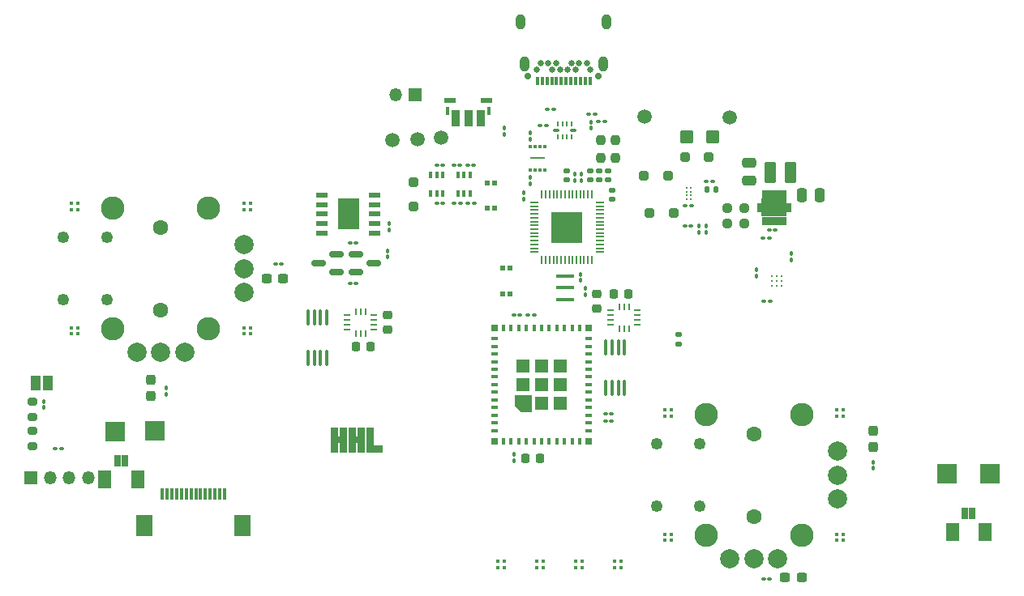
<source format=gbr>
G04 #@! TF.GenerationSoftware,KiCad,Pcbnew,8.0.2*
G04 #@! TF.CreationDate,2024-07-05T18:36:08-07:00*
G04 #@! TF.ProjectId,procon_gcc_main_pcb,70726f63-6f6e-45f6-9763-635f6d61696e,1*
G04 #@! TF.SameCoordinates,Original*
G04 #@! TF.FileFunction,Soldermask,Top*
G04 #@! TF.FilePolarity,Negative*
%FSLAX46Y46*%
G04 Gerber Fmt 4.6, Leading zero omitted, Abs format (unit mm)*
G04 Created by KiCad (PCBNEW 8.0.2) date 2024-07-05 18:36:08*
%MOMM*%
%LPD*%
G01*
G04 APERTURE LIST*
G04 Aperture macros list*
%AMRoundRect*
0 Rectangle with rounded corners*
0 $1 Rounding radius*
0 $2 $3 $4 $5 $6 $7 $8 $9 X,Y pos of 4 corners*
0 Add a 4 corners polygon primitive as box body*
4,1,4,$2,$3,$4,$5,$6,$7,$8,$9,$2,$3,0*
0 Add four circle primitives for the rounded corners*
1,1,$1+$1,$2,$3*
1,1,$1+$1,$4,$5*
1,1,$1+$1,$6,$7*
1,1,$1+$1,$8,$9*
0 Add four rect primitives between the rounded corners*
20,1,$1+$1,$2,$3,$4,$5,0*
20,1,$1+$1,$4,$5,$6,$7,0*
20,1,$1+$1,$6,$7,$8,$9,0*
20,1,$1+$1,$8,$9,$2,$3,0*%
G04 Aperture macros list end*
%ADD10C,0.010000*%
%ADD11C,0.025000*%
%ADD12RoundRect,0.100000X-0.130000X-0.100000X0.130000X-0.100000X0.130000X0.100000X-0.130000X0.100000X0*%
%ADD13RoundRect,0.250000X-0.250000X-0.475000X0.250000X-0.475000X0.250000X0.475000X-0.250000X0.475000X0*%
%ADD14O,0.400000X0.900000*%
%ADD15R,0.950000X1.700000*%
%ADD16R,0.900000X1.700000*%
%ADD17R,1.200000X0.600000*%
%ADD18RoundRect,0.100000X-0.100000X0.130000X-0.100000X-0.130000X0.100000X-0.130000X0.100000X0.130000X0*%
%ADD19R,0.370000X0.370000*%
%ADD20RoundRect,0.225000X-0.250000X0.225000X-0.250000X-0.225000X0.250000X-0.225000X0.250000X0.225000X0*%
%ADD21RoundRect,0.237500X-0.250000X-0.237500X0.250000X-0.237500X0.250000X0.237500X-0.250000X0.237500X0*%
%ADD22RoundRect,0.140000X0.140000X0.170000X-0.140000X0.170000X-0.140000X-0.170000X0.140000X-0.170000X0*%
%ADD23RoundRect,0.100000X0.100000X-0.130000X0.100000X0.130000X-0.100000X0.130000X-0.100000X-0.130000X0*%
%ADD24RoundRect,0.237500X-0.237500X0.250000X-0.237500X-0.250000X0.237500X-0.250000X0.237500X0.250000X0*%
%ADD25RoundRect,0.100000X0.100000X-0.712500X0.100000X0.712500X-0.100000X0.712500X-0.100000X-0.712500X0*%
%ADD26RoundRect,0.237500X-0.237500X0.300000X-0.237500X-0.300000X0.237500X-0.300000X0.237500X0.300000X0*%
%ADD27R,0.400000X0.650000*%
%ADD28RoundRect,0.135000X0.185000X-0.135000X0.185000X0.135000X-0.185000X0.135000X-0.185000X-0.135000X0*%
%ADD29RoundRect,0.237500X0.300000X0.237500X-0.300000X0.237500X-0.300000X-0.237500X0.300000X-0.237500X0*%
%ADD30RoundRect,0.250000X0.250000X0.250000X-0.250000X0.250000X-0.250000X-0.250000X0.250000X-0.250000X0*%
%ADD31RoundRect,0.100000X0.130000X0.100000X-0.130000X0.100000X-0.130000X-0.100000X0.130000X-0.100000X0*%
%ADD32R,2.000000X2.000000*%
%ADD33RoundRect,0.050000X-0.387500X-0.050000X0.387500X-0.050000X0.387500X0.050000X-0.387500X0.050000X0*%
%ADD34RoundRect,0.050000X-0.050000X-0.387500X0.050000X-0.387500X0.050000X0.387500X-0.050000X0.387500X0*%
%ADD35R,3.200000X3.200000*%
%ADD36C,1.500000*%
%ADD37R,0.400000X0.800000*%
%ADD38R,0.800000X0.400000*%
%ADD39R,1.450000X1.450000*%
%ADD40R,0.700000X0.700000*%
%ADD41RoundRect,0.140000X0.170000X-0.140000X0.170000X0.140000X-0.170000X0.140000X-0.170000X-0.140000X0*%
%ADD42RoundRect,0.250000X-0.250000X-0.250000X0.250000X-0.250000X0.250000X0.250000X-0.250000X0.250000X0*%
%ADD43RoundRect,0.225000X0.225000X0.250000X-0.225000X0.250000X-0.225000X-0.250000X0.225000X-0.250000X0*%
%ADD44C,0.230000*%
%ADD45RoundRect,0.102000X-0.250000X-0.500000X0.250000X-0.500000X0.250000X0.500000X-0.250000X0.500000X0*%
%ADD46RoundRect,0.102000X-0.600000X-0.850000X0.600000X-0.850000X0.600000X0.850000X-0.600000X0.850000X0*%
%ADD47R,0.300000X0.400000*%
%ADD48R,1.600000X0.200000*%
%ADD49RoundRect,0.237500X-0.300000X-0.237500X0.300000X-0.237500X0.300000X0.237500X-0.300000X0.237500X0*%
%ADD50RoundRect,0.250000X-0.450000X-0.425000X0.450000X-0.425000X0.450000X0.425000X-0.450000X0.425000X0*%
%ADD51RoundRect,0.150000X-0.587500X-0.150000X0.587500X-0.150000X0.587500X0.150000X-0.587500X0.150000X0*%
%ADD52R,1.000000X1.500000*%
%ADD53R,1.350000X1.350000*%
%ADD54O,1.350000X1.350000*%
%ADD55R,1.900000X0.400000*%
%ADD56RoundRect,0.225000X-0.225000X-0.250000X0.225000X-0.250000X0.225000X0.250000X-0.225000X0.250000X0*%
%ADD57R,1.300000X0.600000*%
%ADD58R,2.300000X3.200000*%
%ADD59C,2.450000*%
%ADD60C,1.600000*%
%ADD61C,1.250000*%
%ADD62C,2.000000*%
%ADD63RoundRect,0.150000X0.587500X0.150000X-0.587500X0.150000X-0.587500X-0.150000X0.587500X-0.150000X0*%
%ADD64R,0.500000X0.550000*%
%ADD65RoundRect,0.140000X-0.170000X0.140000X-0.170000X-0.140000X0.170000X-0.140000X0.170000X0.140000X0*%
%ADD66R,0.300000X1.300000*%
%ADD67R,1.800000X2.200000*%
%ADD68RoundRect,0.200000X-0.275000X0.200000X-0.275000X-0.200000X0.275000X-0.200000X0.275000X0.200000X0*%
%ADD69C,0.700000*%
%ADD70R,0.300000X0.900000*%
%ADD71C,0.650000*%
%ADD72O,1.000000X1.600000*%
%ADD73RoundRect,0.050000X0.075000X-0.225000X0.075000X0.225000X-0.075000X0.225000X-0.075000X-0.225000X0*%
%ADD74RoundRect,0.050000X0.050000X-0.225000X0.050000X0.225000X-0.050000X0.225000X-0.050000X-0.225000X0*%
%ADD75RoundRect,0.050000X0.250000X-0.100000X0.250000X0.100000X-0.250000X0.100000X-0.250000X-0.100000X0*%
%ADD76C,0.265000*%
%ADD77R,0.745000X0.280000*%
%ADD78R,0.280000X0.745000*%
%ADD79RoundRect,0.250000X-0.375000X-0.850000X0.375000X-0.850000X0.375000X0.850000X-0.375000X0.850000X0*%
%ADD80RoundRect,0.250000X-0.250000X0.250000X-0.250000X-0.250000X0.250000X-0.250000X0.250000X0.250000X0*%
%ADD81RoundRect,0.200000X0.275000X-0.200000X0.275000X0.200000X-0.275000X0.200000X-0.275000X-0.200000X0*%
%ADD82RoundRect,0.250000X-0.475000X0.250000X-0.475000X-0.250000X0.475000X-0.250000X0.475000X0.250000X0*%
G04 APERTURE END LIST*
D10*
X135019200Y-133323800D02*
X133969200Y-133323800D01*
X133369200Y-132723800D01*
X133369200Y-131673800D01*
X135019200Y-131673800D01*
X135019200Y-133323800D01*
G36*
X135019200Y-133323800D02*
G01*
X133969200Y-133323800D01*
X133369200Y-132723800D01*
X133369200Y-131673800D01*
X135019200Y-131673800D01*
X135019200Y-133323800D01*
G37*
X159590000Y-110970000D02*
X159210000Y-110970000D01*
X159210000Y-110230000D01*
X159590000Y-110230000D01*
X159590000Y-110970000D01*
G36*
X159590000Y-110970000D02*
G01*
X159210000Y-110970000D01*
X159210000Y-110230000D01*
X159590000Y-110230000D01*
X159590000Y-110970000D01*
G37*
X159590000Y-113770000D02*
X159210000Y-113770000D01*
X159210000Y-113030000D01*
X159590000Y-113030000D01*
X159590000Y-113770000D01*
G36*
X159590000Y-113770000D02*
G01*
X159210000Y-113770000D01*
X159210000Y-113030000D01*
X159590000Y-113030000D01*
X159590000Y-113770000D01*
G37*
X160090000Y-110970000D02*
X159710000Y-110970000D01*
X159710000Y-110230000D01*
X160090000Y-110230000D01*
X160090000Y-110970000D01*
G36*
X160090000Y-110970000D02*
G01*
X159710000Y-110970000D01*
X159710000Y-110230000D01*
X160090000Y-110230000D01*
X160090000Y-110970000D01*
G37*
X160090000Y-113770000D02*
X159710000Y-113770000D01*
X159710000Y-113030000D01*
X160090000Y-113030000D01*
X160090000Y-113770000D01*
G36*
X160090000Y-113770000D02*
G01*
X159710000Y-113770000D01*
X159710000Y-113030000D01*
X160090000Y-113030000D01*
X160090000Y-113770000D01*
G37*
X160590000Y-110970000D02*
X160210000Y-110970000D01*
X160210000Y-110230000D01*
X160590000Y-110230000D01*
X160590000Y-110970000D01*
G36*
X160590000Y-110970000D02*
G01*
X160210000Y-110970000D01*
X160210000Y-110230000D01*
X160590000Y-110230000D01*
X160590000Y-110970000D01*
G37*
X160590000Y-113770000D02*
X160210000Y-113770000D01*
X160210000Y-113030000D01*
X160590000Y-113030000D01*
X160590000Y-113770000D01*
G36*
X160590000Y-113770000D02*
G01*
X160210000Y-113770000D01*
X160210000Y-113030000D01*
X160590000Y-113030000D01*
X160590000Y-113770000D01*
G37*
X161090000Y-110970000D02*
X160710000Y-110970000D01*
X160710000Y-110230000D01*
X161090000Y-110230000D01*
X161090000Y-110970000D01*
G36*
X161090000Y-110970000D02*
G01*
X160710000Y-110970000D01*
X160710000Y-110230000D01*
X161090000Y-110230000D01*
X161090000Y-110970000D01*
G37*
X161090000Y-113770000D02*
X160710000Y-113770000D01*
X160710000Y-113030000D01*
X161090000Y-113030000D01*
X161090000Y-113770000D01*
G36*
X161090000Y-113770000D02*
G01*
X160710000Y-113770000D01*
X160710000Y-113030000D01*
X161090000Y-113030000D01*
X161090000Y-113770000D01*
G37*
X161590000Y-110970000D02*
X161210000Y-110970000D01*
X161210000Y-110230000D01*
X161590000Y-110230000D01*
X161590000Y-110970000D01*
G36*
X161590000Y-110970000D02*
G01*
X161210000Y-110970000D01*
X161210000Y-110230000D01*
X161590000Y-110230000D01*
X161590000Y-110970000D01*
G37*
X161590000Y-113770000D02*
X161210000Y-113770000D01*
X161210000Y-113030000D01*
X161590000Y-113030000D01*
X161590000Y-113770000D01*
G36*
X161590000Y-113770000D02*
G01*
X161210000Y-113770000D01*
X161210000Y-113030000D01*
X161590000Y-113030000D01*
X161590000Y-113770000D01*
G37*
X161670000Y-111555000D02*
X162170000Y-111555000D01*
X162170000Y-111945000D01*
X161670000Y-111945000D01*
X161670000Y-112055000D01*
X162170000Y-112055000D01*
X162170000Y-112445000D01*
X161670000Y-112445000D01*
X161670000Y-112895000D01*
X159130000Y-112895000D01*
X159130000Y-112445000D01*
X158630000Y-112445000D01*
X158630000Y-112055000D01*
X159130000Y-112055000D01*
X159130000Y-111945000D01*
X158630000Y-111945000D01*
X158630000Y-111555000D01*
X159130000Y-111555000D01*
X159130000Y-111105000D01*
X161670000Y-111105000D01*
X161670000Y-111555000D01*
G36*
X161670000Y-111555000D02*
G01*
X162170000Y-111555000D01*
X162170000Y-111945000D01*
X161670000Y-111945000D01*
X161670000Y-112055000D01*
X162170000Y-112055000D01*
X162170000Y-112445000D01*
X161670000Y-112445000D01*
X161670000Y-112895000D01*
X159130000Y-112895000D01*
X159130000Y-112445000D01*
X158630000Y-112445000D01*
X158630000Y-112055000D01*
X159130000Y-112055000D01*
X159130000Y-111945000D01*
X158630000Y-111945000D01*
X158630000Y-111555000D01*
X159130000Y-111555000D01*
X159130000Y-111105000D01*
X161670000Y-111105000D01*
X161670000Y-111555000D01*
G37*
D11*
X118516400Y-136903898D02*
X119470355Y-136903898D01*
X119470355Y-137573267D01*
X117883741Y-137573267D01*
X117883741Y-135020095D01*
X118516400Y-135020095D01*
X118516400Y-136903898D01*
G36*
X118516400Y-136903898D02*
G01*
X119470355Y-136903898D01*
X119470355Y-137573267D01*
X117883741Y-137573267D01*
X117883741Y-135020095D01*
X118516400Y-135020095D01*
X118516400Y-136903898D01*
G37*
X115750266Y-137573267D02*
X115069405Y-137573267D01*
X115069405Y-136605145D01*
X114829749Y-136605145D01*
X114829749Y-137573267D01*
X114144449Y-137573267D01*
X114144449Y-135020615D01*
X114827463Y-135020095D01*
X114827463Y-135942897D01*
X115069405Y-135942897D01*
X115069405Y-135020095D01*
X115750266Y-135020095D01*
X115750266Y-137573267D01*
G36*
X115750266Y-137573267D02*
G01*
X115069405Y-137573267D01*
X115069405Y-136605145D01*
X114829749Y-136605145D01*
X114829749Y-137573267D01*
X114144449Y-137573267D01*
X114144449Y-135020615D01*
X114827463Y-135020095D01*
X114827463Y-135942897D01*
X115069405Y-135942897D01*
X115069405Y-135020095D01*
X115750266Y-135020095D01*
X115750266Y-137573267D01*
G37*
X117600266Y-137573267D02*
X116919405Y-137573267D01*
X116919405Y-136605145D01*
X116679749Y-136605145D01*
X116679749Y-137573267D01*
X115994449Y-137573267D01*
X115994449Y-135020615D01*
X116677463Y-135020095D01*
X116677463Y-135942897D01*
X116919405Y-135942897D01*
X116919405Y-135020095D01*
X117600266Y-135020095D01*
X117600266Y-137573267D01*
G36*
X117600266Y-137573267D02*
G01*
X116919405Y-137573267D01*
X116919405Y-136605145D01*
X116679749Y-136605145D01*
X116679749Y-137573267D01*
X115994449Y-137573267D01*
X115994449Y-135020615D01*
X116677463Y-135020095D01*
X116677463Y-135942897D01*
X116919405Y-135942897D01*
X116919405Y-135020095D01*
X117600266Y-135020095D01*
X117600266Y-137573267D01*
G37*
D12*
X85360000Y-137280000D03*
X86000000Y-137280000D03*
D13*
X163320000Y-110770000D03*
X165220000Y-110770000D03*
D14*
X126333519Y-101965000D03*
X130633519Y-101965000D03*
D15*
X127208519Y-102740000D03*
D16*
X128483519Y-102740000D03*
D15*
X129758519Y-102740000D03*
D17*
X126583519Y-100840000D03*
X130383519Y-100840000D03*
D18*
X139611100Y-108543094D03*
X139611100Y-109183094D03*
D19*
X166985200Y-133857000D03*
X167655200Y-133857000D03*
X167655200Y-133187000D03*
X166985200Y-133187000D03*
D20*
X120018689Y-123258755D03*
X120018689Y-124808755D03*
D21*
X155527500Y-113670000D03*
X157352500Y-113670000D03*
D22*
X154356400Y-110163000D03*
X153396400Y-110163000D03*
D23*
X170739623Y-139288477D03*
X170739623Y-138648477D03*
D24*
X142350000Y-104987500D03*
X142350000Y-106812500D03*
D25*
X111750200Y-127791700D03*
X112400200Y-127791700D03*
X113050200Y-127791700D03*
X113700200Y-127791700D03*
X113700200Y-123566700D03*
X113050200Y-123566700D03*
X112400200Y-123566700D03*
X111750200Y-123566700D03*
D26*
X95317457Y-130017891D03*
X95317457Y-131742891D03*
D27*
X124546600Y-110556100D03*
X125196600Y-110556100D03*
X125846600Y-110556100D03*
X125846600Y-108656100D03*
X125196600Y-108656100D03*
X124546600Y-108656100D03*
D28*
X150418800Y-126290800D03*
X150418800Y-125270800D03*
D12*
X142807000Y-133583600D03*
X143447000Y-133583600D03*
D29*
X163312504Y-150698757D03*
X161587504Y-150698757D03*
D19*
X87042000Y-112267600D03*
X87712000Y-112267600D03*
X87712000Y-111597600D03*
X87042000Y-111597600D03*
D30*
X149352626Y-108746930D03*
X146852626Y-108746930D03*
D31*
X127660800Y-111612700D03*
X127020800Y-111612700D03*
D23*
X134950900Y-104884294D03*
X134950900Y-104244294D03*
D32*
X178480000Y-139910000D03*
D23*
X152550000Y-114630000D03*
X152550000Y-113990000D03*
D33*
X135348200Y-111508094D03*
X135348200Y-111908094D03*
X135348200Y-112308094D03*
X135348200Y-112708094D03*
X135348200Y-113108094D03*
X135348200Y-113508094D03*
X135348200Y-113908094D03*
X135348200Y-114308094D03*
X135348200Y-114708094D03*
X135348200Y-115108094D03*
X135348200Y-115508094D03*
X135348200Y-115908094D03*
X135348200Y-116308094D03*
X135348200Y-116708094D03*
D34*
X136185700Y-117545594D03*
X136585700Y-117545594D03*
X136985700Y-117545594D03*
X137385700Y-117545594D03*
X137785700Y-117545594D03*
X138185700Y-117545594D03*
X138585700Y-117545594D03*
X138985700Y-117545594D03*
X139385700Y-117545594D03*
X139785700Y-117545594D03*
X140185700Y-117545594D03*
X140585700Y-117545594D03*
X140985700Y-117545594D03*
X141385700Y-117545594D03*
D33*
X142223200Y-116708094D03*
X142223200Y-116308094D03*
X142223200Y-115908094D03*
X142223200Y-115508094D03*
X142223200Y-115108094D03*
X142223200Y-114708094D03*
X142223200Y-114308094D03*
X142223200Y-113908094D03*
X142223200Y-113508094D03*
X142223200Y-113108094D03*
X142223200Y-112708094D03*
X142223200Y-112308094D03*
X142223200Y-111908094D03*
X142223200Y-111508094D03*
D34*
X141385700Y-110670594D03*
X140985700Y-110670594D03*
X140585700Y-110670594D03*
X140185700Y-110670594D03*
X139785700Y-110670594D03*
X139385700Y-110670594D03*
X138985700Y-110670594D03*
X138585700Y-110670594D03*
X138185700Y-110670594D03*
X137785700Y-110670594D03*
X137385700Y-110670594D03*
X136985700Y-110670594D03*
X136585700Y-110670594D03*
X136185700Y-110670594D03*
D35*
X138785700Y-114108094D03*
D19*
X105042000Y-125267600D03*
X105712000Y-125267600D03*
X105712000Y-124597600D03*
X105042000Y-124597600D03*
D36*
X146930000Y-102570000D03*
D37*
X132144200Y-136448800D03*
X132944200Y-136448800D03*
X133744200Y-136448800D03*
X134544200Y-136448800D03*
X135344200Y-136448800D03*
X136144200Y-136448800D03*
X136944200Y-136448800D03*
X137744200Y-136448800D03*
X138544200Y-136448800D03*
X139344200Y-136448800D03*
X140144200Y-136448800D03*
D38*
X141044200Y-135348800D03*
X141044200Y-134548800D03*
X141044200Y-133748800D03*
X141044200Y-132948800D03*
X141044200Y-132148800D03*
X141044200Y-131348800D03*
X141044200Y-130548800D03*
X141044200Y-129748800D03*
X141044200Y-128948800D03*
X141044200Y-128148800D03*
X141044200Y-127348800D03*
X141044200Y-126548800D03*
X141044200Y-125748800D03*
D37*
X140144200Y-124648800D03*
X139344200Y-124648800D03*
X138544200Y-124648800D03*
X137744200Y-124648800D03*
X136944200Y-124648800D03*
X136144200Y-124648800D03*
X135344200Y-124648800D03*
X134544200Y-124648800D03*
X133744200Y-124648800D03*
X132944200Y-124648800D03*
X132144200Y-124648800D03*
D38*
X131244200Y-125748800D03*
X131244200Y-126548800D03*
X131244200Y-127348800D03*
X131244200Y-128148800D03*
X131244200Y-128948800D03*
X131244200Y-129748800D03*
X131244200Y-130548800D03*
X131244200Y-131348800D03*
X131244200Y-132148800D03*
X131244200Y-132948800D03*
X131244200Y-133748800D03*
X131244200Y-134548800D03*
X131244200Y-135348800D03*
D39*
X136144200Y-130548800D03*
D40*
X131194200Y-124598800D03*
X141094200Y-124598800D03*
X141094200Y-136498800D03*
X131194200Y-136498800D03*
D39*
X136144200Y-132498800D03*
X138094200Y-132498800D03*
X138094200Y-130548800D03*
X138094200Y-128598800D03*
X136144200Y-128598800D03*
X134194200Y-128598800D03*
X134194200Y-130548800D03*
D41*
X142151100Y-109137294D03*
X142151100Y-108177294D03*
D12*
X125206800Y-111612700D03*
X125846800Y-111612700D03*
D42*
X147441600Y-112649000D03*
X149941600Y-112649000D03*
D32*
X91623896Y-135440000D03*
D23*
X153325000Y-114630000D03*
X153325000Y-113990000D03*
D19*
X143746226Y-149724357D03*
X144416226Y-149724357D03*
X144416226Y-149054357D03*
X143746226Y-149054357D03*
D30*
X153610000Y-106740000D03*
X151110000Y-106740000D03*
D23*
X134251700Y-111164294D03*
X134251700Y-110524294D03*
D36*
X123164600Y-104927400D03*
D18*
X141274800Y-103108800D03*
X141274800Y-103748800D03*
D12*
X125181400Y-107599500D03*
X125821400Y-107599500D03*
D31*
X159995000Y-121875000D03*
X159355000Y-121875000D03*
X143447000Y-134396400D03*
X142807000Y-134396400D03*
D23*
X158550000Y-119195000D03*
X158550000Y-118555000D03*
D12*
X116143023Y-119981101D03*
X116783023Y-119981101D03*
D21*
X155527500Y-112140000D03*
X157352500Y-112140000D03*
D43*
X118314100Y-126547002D03*
X116764100Y-126547002D03*
D18*
X140322300Y-108543094D03*
X140322300Y-109183094D03*
X162250000Y-116870000D03*
X162250000Y-117510000D03*
D44*
X151288800Y-109969400D03*
X151688800Y-109969400D03*
X151288800Y-110369400D03*
X151688800Y-110369400D03*
X151288800Y-110769400D03*
X151688800Y-110769400D03*
X151288800Y-111169400D03*
X151688800Y-111169400D03*
D45*
X91840000Y-138495000D03*
X92640000Y-138495000D03*
D46*
X90540000Y-140445000D03*
X93940000Y-140445000D03*
D47*
X134949500Y-108081894D03*
X135449500Y-108081894D03*
X135949500Y-108081894D03*
X136449500Y-108081894D03*
X136449500Y-105681894D03*
X135949500Y-105681894D03*
X135449500Y-105681894D03*
X134949500Y-105681894D03*
D48*
X135699500Y-106881894D03*
D49*
X107418809Y-119497056D03*
X109143809Y-119497056D03*
D45*
X180330000Y-144055000D03*
X181130000Y-144055000D03*
D46*
X179030000Y-146005000D03*
X182430000Y-146005000D03*
D12*
X142072400Y-103073200D03*
X142712400Y-103073200D03*
D50*
X151310000Y-104640000D03*
X154010000Y-104640000D03*
D19*
X148985200Y-146857000D03*
X149655200Y-146857000D03*
X149655200Y-146187000D03*
X148985200Y-146187000D03*
D51*
X116744723Y-116922901D03*
X116744723Y-118822901D03*
X118619723Y-117872901D03*
D52*
X83271600Y-130352800D03*
X84571600Y-130352800D03*
D20*
X141938323Y-121038129D03*
X141938323Y-122588129D03*
D53*
X82810000Y-140310000D03*
D54*
X84810000Y-140310000D03*
X86810000Y-140310000D03*
X88810000Y-140310000D03*
D12*
X136738400Y-101752400D03*
X137378400Y-101752400D03*
D23*
X134975600Y-109564094D03*
X134975600Y-108924094D03*
D12*
X116132423Y-115764701D03*
X116772423Y-115764701D03*
D55*
X138595100Y-119236494D03*
X138595100Y-120436494D03*
X138595100Y-121636494D03*
D41*
X143471900Y-111197294D03*
X143471900Y-110237294D03*
D19*
X105042000Y-112267600D03*
X105712000Y-112267600D03*
X105712000Y-111597600D03*
X105042000Y-111597600D03*
D31*
X136641800Y-103505000D03*
X136001800Y-103505000D03*
D56*
X134454600Y-138226800D03*
X136004600Y-138226800D03*
D26*
X170738456Y-135352081D03*
X170738456Y-137077081D03*
D18*
X84175600Y-132329400D03*
X84175600Y-132969400D03*
D19*
X166985200Y-146857000D03*
X167655200Y-146857000D03*
X167655200Y-146187000D03*
X166985200Y-146187000D03*
D27*
X127391400Y-110556100D03*
X128041400Y-110556100D03*
X128691400Y-110556100D03*
X128691400Y-108656100D03*
X128041400Y-108656100D03*
X127391400Y-108656100D03*
D57*
X113227302Y-110726102D03*
X113227302Y-111726102D03*
X113227302Y-112726102D03*
X113227302Y-113726102D03*
X113227302Y-114726102D03*
X118727302Y-114726102D03*
X118727302Y-113726102D03*
X118727302Y-112726102D03*
X118727302Y-111726102D03*
X118727302Y-110726102D03*
D58*
X115977302Y-112726102D03*
D12*
X159325629Y-150847756D03*
X159965629Y-150847756D03*
D59*
X153320200Y-133697000D03*
X153320200Y-146347000D03*
D60*
X158320200Y-135722000D03*
X158320200Y-144322000D03*
D59*
X163320200Y-133697000D03*
X163320200Y-146347000D03*
D61*
X152670200Y-136772000D03*
X152670200Y-143272000D03*
X148170200Y-136772000D03*
X148170200Y-143272000D03*
D62*
X155820200Y-148722000D03*
X158320200Y-148722000D03*
X160820200Y-148722000D03*
X167020200Y-142522000D03*
X167020200Y-140022000D03*
X167020200Y-137522000D03*
D63*
X114708123Y-118822901D03*
X114708123Y-116922901D03*
X112833123Y-117872901D03*
D31*
X133873200Y-123266200D03*
X133233200Y-123266200D03*
D64*
X130435400Y-112119800D03*
X131235400Y-112119800D03*
X130435400Y-109469800D03*
X131235400Y-109469800D03*
D12*
X108365401Y-117977059D03*
X109005401Y-117977059D03*
D56*
X143678194Y-121060800D03*
X145228194Y-121060800D03*
D65*
X143065500Y-108177294D03*
X143065500Y-109137294D03*
D12*
X153353200Y-109274000D03*
X153993200Y-109274000D03*
D23*
X140703300Y-121121094D03*
X140703300Y-120481094D03*
D18*
X120225902Y-113736302D03*
X120225902Y-114376302D03*
D65*
X138747500Y-108179894D03*
X138747500Y-109139894D03*
D53*
X122920000Y-100228400D03*
D54*
X120920000Y-100228400D03*
D19*
X135646226Y-149724357D03*
X136316226Y-149724357D03*
X136316226Y-149054357D03*
X135646226Y-149054357D03*
D36*
X120599200Y-104952800D03*
D65*
X141236700Y-108179894D03*
X141236700Y-109139894D03*
D66*
X96540000Y-142030000D03*
X97040000Y-142030000D03*
X97540000Y-142030000D03*
X98040000Y-142030000D03*
X98540000Y-142030000D03*
X99040000Y-142030000D03*
X99540000Y-142030000D03*
X100040000Y-142030000D03*
X100540000Y-142030000D03*
X101040000Y-142030000D03*
X101540000Y-142030000D03*
X102040000Y-142030000D03*
X102540000Y-142030000D03*
X103040000Y-142030000D03*
D67*
X94640000Y-145280000D03*
X104940000Y-145280000D03*
D36*
X155810000Y-102620000D03*
X125679200Y-104724200D03*
D68*
X83007200Y-132321800D03*
X83007200Y-133971800D03*
D31*
X127624800Y-107599500D03*
X126984800Y-107599500D03*
D69*
X142060000Y-98275000D03*
X134710000Y-98275000D03*
D70*
X141210000Y-98835000D03*
X140710000Y-98835000D03*
X140210000Y-98835000D03*
X139710000Y-98835000D03*
X139210000Y-98835000D03*
X138710000Y-98835000D03*
X138210000Y-98835000D03*
X137710000Y-98835000D03*
X137210000Y-98835000D03*
X136710000Y-98835000D03*
X136210000Y-98835000D03*
X135710000Y-98835000D03*
D71*
X135660000Y-97625000D03*
X136060000Y-96925000D03*
X136860000Y-96925000D03*
X137260000Y-97625000D03*
X137660000Y-96925000D03*
X138060000Y-97625000D03*
X138860000Y-97625000D03*
X139260000Y-96925000D03*
X139660000Y-97625000D03*
X140060000Y-96925000D03*
X140860000Y-96925000D03*
X141260000Y-97625000D03*
D72*
X142950000Y-92635000D03*
X142590000Y-97025000D03*
X134330000Y-97025000D03*
X133970000Y-92635000D03*
D73*
X137807000Y-104688000D03*
D74*
X138307000Y-104688000D03*
X138807000Y-104688000D03*
D73*
X139307000Y-104688000D03*
D75*
X139457000Y-104013000D03*
D73*
X139307000Y-103338000D03*
D74*
X138807000Y-103338000D03*
X138307000Y-103338000D03*
D73*
X137807000Y-103338000D03*
D75*
X137657000Y-104013000D03*
D25*
X142865200Y-130915900D03*
X143515200Y-130915900D03*
X144165200Y-130915900D03*
X144815200Y-130915900D03*
X144815200Y-126690900D03*
X144165200Y-126690900D03*
X143515200Y-126690900D03*
X142865200Y-126690900D03*
D64*
X132861000Y-118385200D03*
X132061000Y-118385200D03*
X132861000Y-121035200D03*
X132061000Y-121035200D03*
D12*
X128432600Y-107599500D03*
X129072600Y-107599500D03*
D23*
X140220700Y-119664294D03*
X140220700Y-119024294D03*
D18*
X96933652Y-130932363D03*
X96933652Y-131572363D03*
D23*
X133248400Y-138521400D03*
X133248400Y-137881400D03*
D19*
X87042000Y-125267600D03*
X87712000Y-125267600D03*
X87712000Y-124597600D03*
X87042000Y-124597600D03*
D76*
X160200000Y-119200000D03*
X160700000Y-119200000D03*
X161200000Y-119200000D03*
X160200000Y-119700000D03*
X160700000Y-119700000D03*
X161200000Y-119700000D03*
X160200000Y-120200000D03*
X160700000Y-120200000D03*
X161200000Y-120200000D03*
D77*
X146159800Y-124295600D03*
X146159800Y-123795600D03*
X146159800Y-123295600D03*
X146159800Y-122795600D03*
D78*
X145261800Y-122397600D03*
X144761800Y-122397600D03*
X144261800Y-122397600D03*
D77*
X143363800Y-122795600D03*
X143363800Y-123295600D03*
X143363800Y-123795600D03*
X143363800Y-124295600D03*
D78*
X144261800Y-124693600D03*
X144761800Y-124693600D03*
X145261800Y-124693600D03*
D12*
X128443200Y-111612700D03*
X129083200Y-111612700D03*
D24*
X143870000Y-104987500D03*
X143870000Y-106812500D03*
D12*
X151143400Y-111864800D03*
X151783400Y-111864800D03*
D19*
X131596226Y-149724357D03*
X132266226Y-149724357D03*
X132266226Y-149054357D03*
X131596226Y-149054357D03*
D77*
X115841200Y-123303600D03*
X115841200Y-123803600D03*
X115841200Y-124303600D03*
X115841200Y-124803600D03*
D78*
X116739200Y-125201600D03*
X117239200Y-125201600D03*
X117739200Y-125201600D03*
D77*
X118637200Y-124803600D03*
X118637200Y-124303600D03*
X118637200Y-123803600D03*
X118637200Y-123303600D03*
D78*
X117739200Y-122905600D03*
X117239200Y-122905600D03*
X116739200Y-122905600D03*
D79*
X160015000Y-108340000D03*
X162165000Y-108340000D03*
D18*
X132257800Y-103718400D03*
X132257800Y-104358400D03*
D59*
X91377000Y-112107600D03*
X91377000Y-124757600D03*
D60*
X96377000Y-114132600D03*
X96377000Y-122732600D03*
D59*
X101377000Y-112107600D03*
X101377000Y-124757600D03*
D61*
X90727000Y-115182600D03*
X90727000Y-121682600D03*
X86227000Y-115182600D03*
X86227000Y-121682600D03*
D62*
X93877000Y-127132600D03*
X96377000Y-127132600D03*
X98877000Y-127132600D03*
X105077000Y-120932600D03*
X105077000Y-118432600D03*
X105077000Y-115932600D03*
D31*
X160538077Y-114402950D03*
X159898077Y-114402950D03*
D80*
X122758200Y-109392400D03*
X122758200Y-111892400D03*
D81*
X83007200Y-137007600D03*
X83007200Y-135357600D03*
D12*
X159258348Y-115214226D03*
X159898348Y-115214226D03*
D19*
X148985200Y-133857000D03*
X149655200Y-133857000D03*
X149655200Y-133187000D03*
X148985200Y-133187000D03*
X139696226Y-149724357D03*
X140366226Y-149724357D03*
X140366226Y-149054357D03*
X139696226Y-149054357D03*
D31*
X151732400Y-113958800D03*
X151092400Y-113958800D03*
D32*
X95740000Y-135410000D03*
X182980000Y-139910000D03*
D82*
X157782026Y-107324670D03*
X157782026Y-109224670D03*
D12*
X141056400Y-102311200D03*
X141696400Y-102311200D03*
D18*
X120019023Y-116562301D03*
X120019023Y-117202301D03*
D31*
X135346400Y-123266200D03*
X134706400Y-123266200D03*
M02*

</source>
